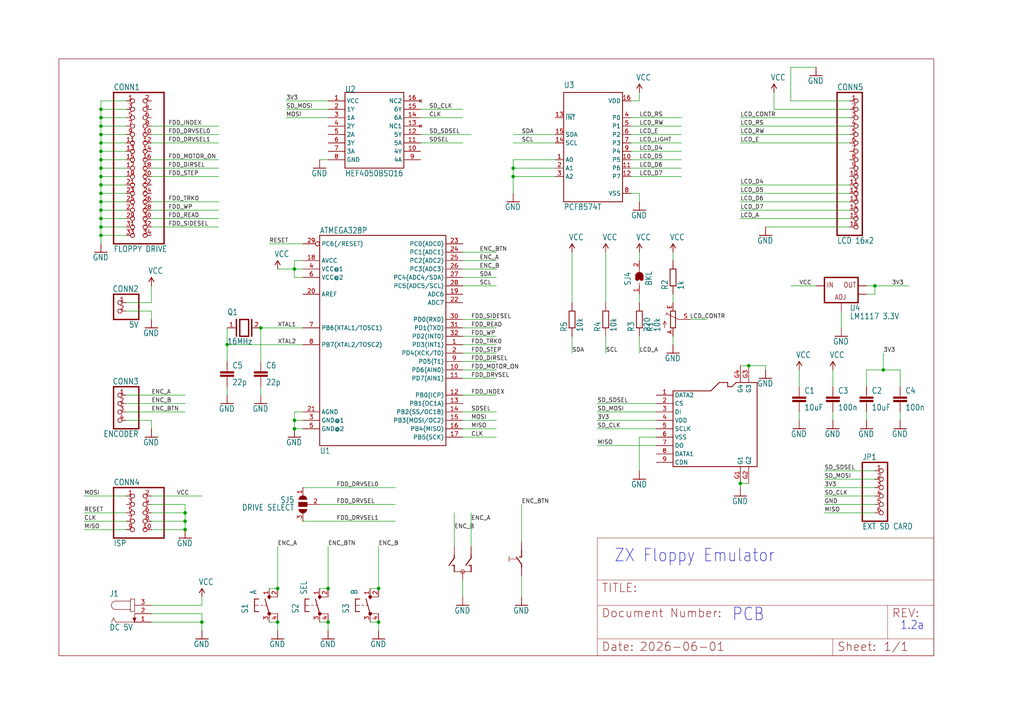
<source format=kicad_sch>
(kicad_sch (version 20230121) (generator eeschema)
  (paper "User" 309.194 218.491)
  (junction (at 88.9 129.54))
  (junction (at 223.52 146.05))
  (junction (at 30.48 53.34))
  (junction (at 55.88 157.48))
  (junction (at 30.48 43.18))
  (junction (at 30.48 38.1))
  (junction (at 30.48 35.56))
  (junction (at 88.9 127))
  (junction (at 30.48 66.04))
  (junction (at 30.48 68.58))
  (junction (at 30.48 33.02))
  (junction (at 83.82 177.8))
  (junction (at 154.94 53.34))
  (junction (at 30.48 58.42))
  (junction (at 99.06 177.8))
  (junction (at 30.48 45.72))
  (junction (at 30.48 40.64))
  (junction (at 60.96 187.96))
  (junction (at 266.7 111.76))
  (junction (at 114.3 187.96))
  (junction (at 55.88 154.94))
  (junction (at 88.9 81.28))
  (junction (at 226.06 110.49))
  (junction (at 99.06 187.96))
  (junction (at 83.82 187.96))
  (junction (at 154.94 50.8))
  (junction (at 30.48 63.5))
  (junction (at 114.3 177.8))
  (junction (at 68.58 104.14))
  (junction (at 55.88 160.02))
  (junction (at 78.74 99.06))
  (junction (at 30.48 71.12))
  (junction (at 30.48 50.8))
  (junction (at 30.48 60.96))
  (junction (at 264.16 86.36))
  (junction (at 30.48 48.26))
  (junction (at 30.48 55.88))
  (wire (pts (xy 91.44 147.32) (xy 119.38 147.32)) (stroke (width 0.1524)))
  (wire (pts (xy 167.64 40.64) (xy 154.94 40.64)) (stroke (width 0.1524)))
  (wire (pts (xy 226.06 110.49) (xy 231.14 110.49)) (stroke (width 0.1524)))
  (wire (pts (xy 190.5 38.1) (xy 205.74 38.1)) (stroke (width 0.1524)))
  (wire (pts (xy 139.7 86.36) (xy 149.86 86.36)) (stroke (width 0.1524)))
  (wire (pts (xy 38.1 160.02) (xy 25.4 160.02)) (stroke (width 0.1524)))
  (wire (pts (xy 271.78 127) (xy 271.78 124.46)) (stroke (width 0.1524)))
  (wire (pts (xy 38.1 154.94) (xy 25.4 154.94)) (stroke (width 0.1524)))
  (wire (pts (xy 167.64 53.34) (xy 154.94 53.34)) (stroke (width 0.1524)))
  (wire (pts (xy 91.44 157.48) (xy 119.38 157.48)) (stroke (width 0.1524)))
  (wire (pts (xy 45.72 160.02) (xy 55.88 160.02)) (stroke (width 0.1524)))
  (wire (pts (xy 261.62 111.76) (xy 266.7 111.76)) (stroke (width 0.1524)))
  (wire (pts (xy 45.72 38.1) (xy 66.04 38.1)) (stroke (width 0.1524)))
  (wire (pts (xy 91.44 127) (xy 88.9 127)) (stroke (width 0.1524)))
  (wire (pts (xy 38.1 60.96) (xy 30.48 60.96)) (stroke (width 0.1524)))
  (wire (pts (xy 139.7 129.54) (xy 149.86 129.54)) (stroke (width 0.1524)))
  (wire (pts (xy 30.48 33.02) (xy 30.48 35.56)) (stroke (width 0.1524)))
  (wire (pts (xy 114.3 190.5) (xy 114.3 187.96)) (stroke (width 0.1524)))
  (wire (pts (xy 88.9 127) (xy 88.9 129.54)) (stroke (width 0.1524)))
  (wire (pts (xy 30.48 35.56) (xy 30.48 38.1)) (stroke (width 0.1524)))
  (wire (pts (xy 83.82 190.5) (xy 83.82 187.96)) (stroke (width 0.1524)))
  (wire (pts (xy 38.1 71.12) (xy 30.48 71.12)) (stroke (width 0.1524)))
  (wire (pts (xy 38.1 30.48) (xy 30.48 30.48)) (stroke (width 0.1524)))
  (wire (pts (xy 167.64 50.8) (xy 154.94 50.8)) (stroke (width 0.1524)))
  (wire (pts (xy 139.7 109.22) (xy 149.86 109.22)) (stroke (width 0.1524)))
  (wire (pts (xy 223.52 55.88) (xy 256.54 55.88)) (stroke (width 0.1524)))
  (wire (pts (xy 182.88 76.2) (xy 182.88 91.44)) (stroke (width 0.1524)))
  (wire (pts (xy 88.9 124.46) (xy 88.9 127)) (stroke (width 0.1524)))
  (wire (pts (xy 223.52 38.1) (xy 256.54 38.1)) (stroke (width 0.1524)))
  (wire (pts (xy 60.96 185.42) (xy 60.96 187.96)) (stroke (width 0.1524)))
  (wire (pts (xy 223.52 58.42) (xy 256.54 58.42)) (stroke (width 0.1524)))
  (wire (pts (xy 45.72 40.64) (xy 66.04 40.64)) (stroke (width 0.1524)))
  (wire (pts (xy 264.16 144.78) (xy 248.92 144.78)) (stroke (width 0.1524)))
  (wire (pts (xy 45.72 43.18) (xy 66.04 43.18)) (stroke (width 0.1524)))
  (wire (pts (xy 223.52 40.64) (xy 256.54 40.64)) (stroke (width 0.1524)))
  (wire (pts (xy 139.7 99.06) (xy 149.86 99.06)) (stroke (width 0.1524)))
  (wire (pts (xy 45.72 93.98) (xy 45.72 96.52)) (stroke (width 0.1524)))
  (wire (pts (xy 45.72 53.34) (xy 66.04 53.34)) (stroke (width 0.1524)))
  (wire (pts (xy 91.44 124.46) (xy 88.9 124.46)) (stroke (width 0.1524)))
  (wire (pts (xy 223.52 63.5) (xy 256.54 63.5)) (stroke (width 0.1524)))
  (wire (pts (xy 30.48 68.58) (xy 30.48 71.12)) (stroke (width 0.1524)))
  (wire (pts (xy 154.94 50.8) (xy 154.94 53.34)) (stroke (width 0.1524)))
  (wire (pts (xy 198.12 127) (xy 180.34 127)) (stroke (width 0.1524)))
  (wire (pts (xy 139.7 111.76) (xy 149.86 111.76)) (stroke (width 0.1524)))
  (wire (pts (xy 193.04 76.2) (xy 193.04 78.74)) (stroke (width 0.1524)))
  (wire (pts (xy 203.2 88.9) (xy 203.2 91.44)) (stroke (width 0.1524)))
  (wire (pts (xy 231.14 68.58) (xy 256.54 68.58)) (stroke (width 0.1524)))
  (wire (pts (xy 139.7 175.26) (xy 139.7 180.34)) (stroke (width 0.1524)))
  (wire (pts (xy 190.5 53.34) (xy 205.74 53.34)) (stroke (width 0.1524)))
  (wire (pts (xy 99.06 30.48) (xy 86.36 30.48)) (stroke (width 0.1524)))
  (wire (pts (xy 45.72 149.86) (xy 60.96 149.86)) (stroke (width 0.1524)))
  (wire (pts (xy 30.48 71.12) (xy 30.48 73.66)) (stroke (width 0.1524)))
  (wire (pts (xy 45.72 157.48) (xy 55.88 157.48)) (stroke (width 0.1524)))
  (wire (pts (xy 246.38 86.36) (xy 238.76 86.36)) (stroke (width 0.1524)))
  (wire (pts (xy 139.7 96.52) (xy 149.86 96.52)) (stroke (width 0.1524)))
  (wire (pts (xy 30.48 58.42) (xy 30.48 60.96)) (stroke (width 0.1524)))
  (wire (pts (xy 45.72 91.44) (xy 45.72 86.36)) (stroke (width 0.1524)))
  (wire (pts (xy 172.72 101.6) (xy 172.72 106.68)) (stroke (width 0.1524)))
  (wire (pts (xy 45.72 60.96) (xy 66.04 60.96)) (stroke (width 0.1524)))
  (wire (pts (xy 203.2 101.6) (xy 203.2 104.14)) (stroke (width 0.1524)))
  (wire (pts (xy 198.12 129.54) (xy 180.34 129.54)) (stroke (width 0.1524)))
  (wire (pts (xy 137.16 165.1) (xy 137.16 154.94)) (stroke (width 0.1524)))
  (wire (pts (xy 190.5 40.64) (xy 205.74 40.64)) (stroke (width 0.1524)))
  (wire (pts (xy 45.72 48.26) (xy 66.04 48.26)) (stroke (width 0.1524)))
  (wire (pts (xy 193.04 30.48) (xy 193.04 27.94)) (stroke (width 0.1524)))
  (wire (pts (xy 60.96 187.96) (xy 60.96 190.5)) (stroke (width 0.1524)))
  (wire (pts (xy 223.52 66.04) (xy 256.54 66.04)) (stroke (width 0.1524)))
  (wire (pts (xy 139.7 78.74) (xy 149.86 78.74)) (stroke (width 0.1524)))
  (wire (pts (xy 30.48 50.8) (xy 30.48 53.34)) (stroke (width 0.1524)))
  (wire (pts (xy 241.3 111.76) (xy 241.3 116.84)) (stroke (width 0.1524)))
  (wire (pts (xy 83.82 187.96) (xy 81.28 187.96)) (stroke (width 0.1524)))
  (wire (pts (xy 30.48 66.04) (xy 30.48 68.58)) (stroke (width 0.1524)))
  (wire (pts (xy 154.94 48.26) (xy 167.64 48.26)) (stroke (width 0.1524)))
  (wire (pts (xy 38.1 149.86) (xy 25.4 149.86)) (stroke (width 0.1524)))
  (wire (pts (xy 139.7 114.3) (xy 149.86 114.3)) (stroke (width 0.1524)))
  (wire (pts (xy 190.5 58.42) (xy 193.04 58.42)) (stroke (width 0.1524)))
  (wire (pts (xy 55.88 157.48) (xy 55.88 160.02)) (stroke (width 0.1524)))
  (wire (pts (xy 193.04 101.6) (xy 193.04 106.68)) (stroke (width 0.1524)))
  (wire (pts (xy 139.7 104.14) (xy 149.86 104.14)) (stroke (width 0.1524)))
  (wire (pts (xy 190.5 48.26) (xy 205.74 48.26)) (stroke (width 0.1524)))
  (wire (pts (xy 223.52 60.96) (xy 256.54 60.96)) (stroke (width 0.1524)))
  (wire (pts (xy 88.9 129.54) (xy 88.9 132.08)) (stroke (width 0.1524)))
  (wire (pts (xy 38.1 58.42) (xy 30.48 58.42)) (stroke (width 0.1524)))
  (wire (pts (xy 30.48 43.18) (xy 30.48 45.72)) (stroke (width 0.1524)))
  (wire (pts (xy 261.62 116.84) (xy 261.62 111.76)) (stroke (width 0.1524)))
  (wire (pts (xy 114.3 187.96) (xy 111.76 187.96)) (stroke (width 0.1524)))
  (wire (pts (xy 190.5 50.8) (xy 205.74 50.8)) (stroke (width 0.1524)))
  (wire (pts (xy 127 35.56) (xy 139.7 35.56)) (stroke (width 0.1524)))
  (wire (pts (xy 38.1 63.5) (xy 30.48 63.5)) (stroke (width 0.1524)))
  (wire (pts (xy 208.28 96.52) (xy 213.36 96.52)) (stroke (width 0.1524)))
  (wire (pts (xy 99.06 177.8) (xy 96.52 177.8)) (stroke (width 0.1524)))
  (wire (pts (xy 38.1 33.02) (xy 30.48 33.02)) (stroke (width 0.1524)))
  (wire (pts (xy 38.1 55.88) (xy 30.48 55.88)) (stroke (width 0.1524)))
  (wire (pts (xy 233.68 33.02) (xy 256.54 33.02)) (stroke (width 0.1524)))
  (wire (pts (xy 55.88 154.94) (xy 55.88 157.48)) (stroke (width 0.1524)))
  (wire (pts (xy 203.2 76.2) (xy 203.2 78.74)) (stroke (width 0.1524)))
  (wire (pts (xy 154.94 48.26) (xy 154.94 50.8)) (stroke (width 0.1524)))
  (wire (pts (xy 127 40.64) (xy 142.24 40.64)) (stroke (width 0.1524)))
  (wire (pts (xy 223.52 147.32) (xy 223.52 146.05)) (stroke (width 0.1524)))
  (wire (pts (xy 99.06 48.26) (xy 96.52 48.26)) (stroke (width 0.1524)))
  (wire (pts (xy 38.1 48.26) (xy 30.48 48.26)) (stroke (width 0.1524)))
  (wire (pts (xy 238.76 20.32) (xy 246.38 20.32)) (stroke (width 0.1524)))
  (wire (pts (xy 38.1 53.34) (xy 30.48 53.34)) (stroke (width 0.1524)))
  (wire (pts (xy 114.3 165.1) (xy 114.3 177.8)) (stroke (width 0.1524)))
  (wire (pts (xy 30.48 55.88) (xy 30.48 58.42)) (stroke (width 0.1524)))
  (wire (pts (xy 30.48 63.5) (xy 30.48 66.04)) (stroke (width 0.1524)))
  (wire (pts (xy 193.04 88.9) (xy 193.04 91.44)) (stroke (width 0.1524)))
  (wire (pts (xy 45.72 50.8) (xy 66.04 50.8)) (stroke (width 0.1524)))
  (wire (pts (xy 167.64 43.18) (xy 154.94 43.18)) (stroke (width 0.1524)))
  (wire (pts (xy 38.1 157.48) (xy 25.4 157.48)) (stroke (width 0.1524)))
  (wire (pts (xy 83.82 81.28) (xy 88.9 81.28)) (stroke (width 0.1524)))
  (wire (pts (xy 91.44 78.74) (xy 88.9 78.74)) (stroke (width 0.1524)))
  (wire (pts (xy 38.1 127) (xy 45.72 127)) (stroke (width 0.1524)))
  (wire (pts (xy 91.44 99.06) (xy 78.74 99.06)) (stroke (width 0.1524)))
  (wire (pts (xy 264.16 147.32) (xy 248.92 147.32)) (stroke (width 0.1524)))
  (wire (pts (xy 45.72 187.96) (xy 60.96 187.96)) (stroke (width 0.1524)))
  (wire (pts (xy 38.1 121.92) (xy 55.88 121.92)) (stroke (width 0.1524)))
  (wire (pts (xy 264.16 142.24) (xy 248.92 142.24)) (stroke (width 0.1524)))
  (wire (pts (xy 266.7 111.76) (xy 271.78 111.76)) (stroke (width 0.1524)))
  (wire (pts (xy 68.58 109.22) (xy 68.58 104.14)) (stroke (width 0.1524)))
  (wire (pts (xy 251.46 111.76) (xy 251.46 116.84)) (stroke (width 0.1524)))
  (wire (pts (xy 91.44 81.28) (xy 88.9 81.28)) (stroke (width 0.1524)))
  (wire (pts (xy 78.74 109.22) (xy 78.74 99.06)) (stroke (width 0.1524)))
  (wire (pts (xy 99.06 187.96) (xy 96.52 187.96)) (stroke (width 0.1524)))
  (wire (pts (xy 38.1 45.72) (xy 30.48 45.72)) (stroke (width 0.1524)))
  (wire (pts (xy 139.7 83.82) (xy 149.86 83.82)) (stroke (width 0.1524)))
  (wire (pts (xy 264.16 149.86) (xy 248.92 149.86)) (stroke (width 0.1524)))
  (wire (pts (xy 96.52 152.4) (xy 119.38 152.4)) (stroke (width 0.1524)))
  (wire (pts (xy 68.58 99.06) (xy 68.58 104.14)) (stroke (width 0.1524)))
  (wire (pts (xy 45.72 127) (xy 45.72 129.54)) (stroke (width 0.1524)))
  (wire (pts (xy 223.52 35.56) (xy 256.54 35.56)) (stroke (width 0.1524)))
  (wire (pts (xy 264.16 152.4) (xy 248.92 152.4)) (stroke (width 0.1524)))
  (wire (pts (xy 198.12 134.62) (xy 180.34 134.62)) (stroke (width 0.1524)))
  (wire (pts (xy 190.5 30.48) (xy 193.04 30.48)) (stroke (width 0.1524)))
  (wire (pts (xy 38.1 119.38) (xy 55.88 119.38)) (stroke (width 0.1524)))
  (wire (pts (xy 139.7 76.2) (xy 149.86 76.2)) (stroke (width 0.1524)))
  (wire (pts (xy 142.24 165.1) (xy 142.24 154.94)) (stroke (width 0.1524)))
  (wire (pts (xy 266.7 111.76) (xy 266.7 106.68)) (stroke (width 0.1524)))
  (wire (pts (xy 261.62 86.36) (xy 264.16 86.36)) (stroke (width 0.1524)))
  (wire (pts (xy 251.46 127) (xy 251.46 124.46)) (stroke (width 0.1524)))
  (wire (pts (xy 261.62 127) (xy 261.62 124.46)) (stroke (width 0.1524)))
  (wire (pts (xy 30.48 48.26) (xy 30.48 50.8)) (stroke (width 0.1524)))
  (wire (pts (xy 30.48 45.72) (xy 30.48 48.26)) (stroke (width 0.1524)))
  (wire (pts (xy 139.7 127) (xy 149.86 127)) (stroke (width 0.1524)))
  (wire (pts (xy 38.1 93.98) (xy 45.72 93.98)) (stroke (width 0.1524)))
  (wire (pts (xy 233.68 33.02) (xy 233.68 27.94)) (stroke (width 0.1524)))
  (wire (pts (xy 264.16 88.9) (xy 264.16 86.36)) (stroke (width 0.1524)))
  (wire (pts (xy 38.1 91.44) (xy 45.72 91.44)) (stroke (width 0.1524)))
  (wire (pts (xy 271.78 111.76) (xy 271.78 116.84)) (stroke (width 0.1524)))
  (wire (pts (xy 157.48 163.83) (xy 157.48 152.4)) (stroke (width 0.1524)))
  (wire (pts (xy 172.72 76.2) (xy 172.72 91.44)) (stroke (width 0.1524)))
  (wire (pts (xy 68.58 116.84) (xy 68.58 119.38)) (stroke (width 0.1524)))
  (wire (pts (xy 45.72 63.5) (xy 66.04 63.5)) (stroke (width 0.1524)))
  (wire (pts (xy 193.04 58.42) (xy 193.04 60.96)) (stroke (width 0.1524)))
  (wire (pts (xy 78.74 116.84) (xy 78.74 119.38)) (stroke (width 0.1524)))
  (wire (pts (xy 38.1 35.56) (xy 30.48 35.56)) (stroke (width 0.1524)))
  (wire (pts (xy 241.3 127) (xy 241.3 124.46)) (stroke (width 0.1524)))
  (wire (pts (xy 223.52 110.49) (xy 226.06 110.49)) (stroke (width 0.1524)))
  (wire (pts (xy 190.5 43.18) (xy 205.74 43.18)) (stroke (width 0.1524)))
  (wire (pts (xy 38.1 38.1) (xy 30.48 38.1)) (stroke (width 0.1524)))
  (wire (pts (xy 83.82 177.8) (xy 81.28 177.8)) (stroke (width 0.1524)))
  (wire (pts (xy 45.72 68.58) (xy 66.04 68.58)) (stroke (width 0.1524)))
  (wire (pts (xy 88.9 81.28) (xy 88.9 78.74)) (stroke (width 0.1524)))
  (wire (pts (xy 30.48 40.64) (xy 30.48 43.18)) (stroke (width 0.1524)))
  (wire (pts (xy 114.3 177.8) (xy 111.76 177.8)) (stroke (width 0.1524)))
  (wire (pts (xy 226.06 146.05) (xy 223.52 146.05)) (stroke (width 0.1524)))
  (wire (pts (xy 139.7 132.08) (xy 149.86 132.08)) (stroke (width 0.1524)))
  (wire (pts (xy 139.7 106.68) (xy 149.86 106.68)) (stroke (width 0.1524)))
  (wire (pts (xy 30.48 60.96) (xy 30.48 63.5)) (stroke (width 0.1524)))
  (wire (pts (xy 30.48 30.48) (xy 30.48 33.02)) (stroke (width 0.1524)))
  (wire (pts (xy 193.04 132.08) (xy 198.12 132.08)) (stroke (width 0.1524)))
  (wire (pts (xy 45.72 182.88) (xy 60.96 182.88)) (stroke (width 0.1524)))
  (wire (pts (xy 99.06 165.1) (xy 99.06 177.8)) (stroke (width 0.1524)))
  (wire (pts (xy 38.1 124.46) (xy 55.88 124.46)) (stroke (width 0.1524)))
  (wire (pts (xy 45.72 152.4) (xy 55.88 152.4)) (stroke (width 0.1524)))
  (wire (pts (xy 190.5 35.56) (xy 205.74 35.56)) (stroke (width 0.1524)))
  (wire (pts (xy 99.06 35.56) (xy 86.36 35.56)) (stroke (width 0.1524)))
  (wire (pts (xy 91.44 83.82) (xy 88.9 83.82)) (stroke (width 0.1524)))
  (wire (pts (xy 127 43.18) (xy 139.7 43.18)) (stroke (width 0.1524)))
  (wire (pts (xy 38.1 68.58) (xy 30.48 68.58)) (stroke (width 0.1524)))
  (wire (pts (xy 127 33.02) (xy 139.7 33.02)) (stroke (width 0.1524)))
  (wire (pts (xy 154.94 53.34) (xy 154.94 58.42)) (stroke (width 0.1524)))
  (wire (pts (xy 30.48 53.34) (xy 30.48 55.88)) (stroke (width 0.1524)))
  (wire (pts (xy 91.44 129.54) (xy 88.9 129.54)) (stroke (width 0.1524)))
  (wire (pts (xy 83.82 165.1) (xy 83.82 177.8)) (stroke (width 0.1524)))
  (wire (pts (xy 231.14 110.49) (xy 231.14 111.76)) (stroke (width 0.1524)))
  (wire (pts (xy 139.7 119.38) (xy 149.86 119.38)) (stroke (width 0.1524)))
  (wire (pts (xy 238.76 30.48) (xy 238.76 20.32)) (stroke (width 0.1524)))
  (wire (pts (xy 198.12 124.46) (xy 180.34 124.46)) (stroke (width 0.1524)))
  (wire (pts (xy 55.88 152.4) (xy 55.88 154.94)) (stroke (width 0.1524)))
  (wire (pts (xy 30.48 38.1) (xy 30.48 40.64)) (stroke (width 0.1524)))
  (wire (pts (xy 264.16 86.36) (xy 274.32 86.36)) (stroke (width 0.1524)))
  (wire (pts (xy 261.62 88.9) (xy 264.16 88.9)) (stroke (width 0.1524)))
  (wire (pts (xy 91.44 73.66) (xy 81.28 73.66)) (stroke (width 0.1524)))
  (wire (pts (xy 139.7 81.28) (xy 149.86 81.28)) (stroke (width 0.1524)))
  (wire (pts (xy 139.7 101.6) (xy 149.86 101.6)) (stroke (width 0.1524)))
  (wire (pts (xy 193.04 132.08) (xy 193.04 142.24)) (stroke (width 0.1524)))
  (wire (pts (xy 38.1 43.18) (xy 30.48 43.18)) (stroke (width 0.1524)))
  (wire (pts (xy 99.06 33.02) (xy 86.36 33.02)) (stroke (width 0.1524)))
  (wire (pts (xy 38.1 40.64) (xy 30.48 40.64)) (stroke (width 0.1524)))
  (wire (pts (xy 38.1 50.8) (xy 30.48 50.8)) (stroke (width 0.1524)))
  (wire (pts (xy 190.5 45.72) (xy 205.74 45.72)) (stroke (width 0.1524)))
  (wire (pts (xy 198.12 121.92) (xy 180.34 121.92)) (stroke (width 0.1524)))
  (wire (pts (xy 60.96 182.88) (xy 60.96 180.34)) (stroke (width 0.1524)))
  (wire (pts (xy 238.76 30.48) (xy 256.54 30.48)) (stroke (width 0.1524)))
  (wire (pts (xy 99.06 190.5) (xy 99.06 187.96)) (stroke (width 0.1524)))
  (wire (pts (xy 223.52 43.18) (xy 256.54 43.18)) (stroke (width 0.1524)))
  (wire (pts (xy 45.72 154.94) (xy 55.88 154.94)) (stroke (width 0.1524)))
  (wire (pts (xy 139.7 124.46) (xy 149.86 124.46)) (stroke (width 0.1524)))
  (wire (pts (xy 264.16 154.94) (xy 248.92 154.94)) (stroke (width 0.1524)))
  (wire (pts (xy 38.1 66.04) (xy 30.48 66.04)) (stroke (width 0.1524)))
  (wire (pts (xy 88.9 83.82) (xy 88.9 81.28)) (stroke (width 0.1524)))
  (wire (pts (xy 45.72 66.04) (xy 66.04 66.04)) (stroke (width 0.1524)))
  (wire (pts (xy 182.88 101.6) (xy 182.88 106.68)) (stroke (width 0.1524)))
  (wire (pts (xy 45.72 185.42) (xy 60.96 185.42)) (stroke (width 0.1524)))
  (wire (pts (xy 68.58 104.14) (xy 91.44 104.14)) (stroke (width 0.1524)))
  (wire (pts (xy 254 93.98) (xy 254 99.06)) (stroke (width 0.1524)))
  (wire (pts (xy 157.48 173.99) (xy 157.48 180.34)) (stroke (width 0.1524)))
  (text "PCB" (at 220.98 187.96 0) (effects (font (size 3.81 3.2385)) (justify left bottom)))
  (text "ZX Floppy Emulator" (at 185.42 170.18 0) (effects (font (size 3.81 3.2385)) (justify left bottom)))
  (text "1.2a" (at 271.78 190.5 0) (effects (font (size 2.54 2.159)) (justify left bottom)))
  (label "LCD_RS" (at 193.04 35.56 0) (effects (font (size 1.2446 1.2446))))
  (label "ENC_A" (at 144.78 78.74 0) (effects (font (size 1.2446 1.2446))))
  (label "ENC_A" (at 83.82 165.1 0) (effects (font (size 1.2446 1.2446))))
  (label "LCD_LIGHT" (at 193.04 43.18 0) (effects (font (size 1.2446 1.2446))))
  (label "SD_MOSI" (at 86.36 33.02 0) (effects (font (size 1.2446 1.2446))))
  (label "LCD_D5" (at 193.04 48.26 0) (effects (font (size 1.2446 1.2446))))
  (label "RESET" (at 81.28 73.66 0) (effects (font (size 1.2446 1.2446))))
  (label "FDD_TRK0" (at 50.8 60.96 0) (effects (font (size 1.2446 1.2446))))
  (label "MISO" (at 248.92 154.94 0) (effects (font (size 1.2446 1.2446))))
  (label "LCD_CONTR" (at 223.52 35.56 0) (effects (font (size 1.2446 1.2446))))
  (label "LCD_CONTR" (at 208.28 96.52 0) (effects (font (size 1.2446 1.2446))))
  (label "LCD_D7" (at 223.52 63.5 0) (effects (font (size 1.2446 1.2446))))
  (label "FDD_DRVSEL1" (at 101.6 157.48 0) (effects (font (size 1.2446 1.2446))))
  (label "ENC_A" (at 45.72 119.38 0) (effects (font (size 1.2446 1.2446))))
  (label "ENC_B" (at 45.72 121.92 0) (effects (font (size 1.2446 1.2446))))
  (label "VCC" (at 53.34 149.86 0) (effects (font (size 1.2446 1.2446))))
  (label "SD_SDSEL" (at 248.92 142.24 0) (effects (font (size 1.2446 1.2446))))
  (label "SD_CLK" (at 129.54 33.02 0) (effects (font (size 1.2446 1.2446))))
  (label "MISO" (at 25.4 160.02 0) (effects (font (size 1.2446 1.2446))))
  (label "ENC_B" (at 114.3 165.1 0) (effects (font (size 1.2446 1.2446))))
  (label "LCD_A" (at 223.52 66.04 0) (effects (font (size 1.2446 1.2446))))
  (label "LCD_E" (at 193.04 40.64 0) (effects (font (size 1.2446 1.2446))))
  (label "LCD_D7" (at 193.04 53.34 0) (effects (font (size 1.2446 1.2446))))
  (label "SDA" (at 157.48 40.64 0) (effects (font (size 1.2446 1.2446))))
  (label "ENC_BTN" (at 157.48 152.4 0) (effects (font (size 1.2446 1.2446))))
  (label "LCD_RW" (at 223.52 40.64 0) (effects (font (size 1.2446 1.2446))))
  (label "FDD_INDEX" (at 50.8 38.1 0) (effects (font (size 1.2446 1.2446))))
  (label "LCD_A" (at 193.04 106.68 0) (effects (font (size 1.2446 1.2446))))
  (label "CLK" (at 142.24 132.08 0) (effects (font (size 1.2446 1.2446))))
  (label "ENC_B" (at 137.16 160.02 0) (effects (font (size 1.2446 1.2446))))
  (label "FDD_DIRSEL" (at 50.8 50.8 0) (effects (font (size 1.2446 1.2446))))
  (label "LCD_D6" (at 193.04 50.8 0) (effects (font (size 1.2446 1.2446))))
  (label "FDD_DIRSEL" (at 142.24 109.22 0) (effects (font (size 1.2446 1.2446))))
  (label "LCD_RS" (at 223.52 38.1 0) (effects (font (size 1.2446 1.2446))))
  (label "FDD_DRVSEL" (at 142.24 114.3 0) (effects (font (size 1.2446 1.2446))))
  (label "SD_SDSEL" (at 180.34 121.92 0) (effects (font (size 1.2446 1.2446))))
  (label "3V3" (at 86.36 30.48 0) (effects (font (size 1.2446 1.2446))))
  (label "CLK" (at 25.4 157.48 0) (effects (font (size 1.2446 1.2446))))
  (label "VCC" (at 241.3 86.36 0) (effects (font (size 1.2446 1.2446))))
  (label "SD_CLK" (at 248.92 149.86 0) (effects (font (size 1.2446 1.2446))))
  (label "MOSI" (at 86.36 35.56 0) (effects (font (size 1.2446 1.2446))))
  (label "ENC_BTN" (at 99.06 165.1 0) (effects (font (size 1.2446 1.2446))))
  (label "SDA" (at 172.72 106.68 0) (effects (font (size 1.2446 1.2446))))
  (label "FDD_WP" (at 50.8 63.5 0) (effects (font (size 1.2446 1.2446))))
  (label "FDD_DRVSEL0" (at 101.6 147.32 0) (effects (font (size 1.2446 1.2446))))
  (label "XTAL1" (at 83.82 99.06 0) (effects (font (size 1.2446 1.2446))))
  (label "FDD_SIDESEL" (at 142.24 96.52 0) (effects (font (size 1.2446 1.2446))))
  (label "ENC_BTN" (at 45.72 124.46 0) (effects (font (size 1.2446 1.2446))))
  (label "FDD_MOTOR_ON" (at 142.24 111.76 0) (effects (font (size 1.2446 1.2446))))
  (label "SDSEL" (at 142.24 124.46 0) (effects (font (size 1.2446 1.2446))))
  (label "XTAL2" (at 83.82 104.14 0) (effects (font (size 1.2446 1.2446))))
  (label "SD_MOSI" (at 180.34 124.46 0) (effects (font (size 1.2446 1.2446))))
  (label "SDA" (at 144.78 83.82 0) (effects (font (size 1.2446 1.2446))))
  (label "GND" (at 248.92 152.4 0) (effects (font (size 1.2446 1.2446))))
  (label "SCL" (at 157.48 43.18 0) (effects (font (size 1.2446 1.2446))))
  (label "RESET" (at 25.4 154.94 0) (effects (font (size 1.2446 1.2446))))
  (label "3V3" (at 180.34 127 0) (effects (font (size 1.2446 1.2446))))
  (label "SDSEL" (at 129.54 43.18 0) (effects (font (size 1.2446 1.2446))))
  (label "ENC_BTN" (at 144.78 76.2 0) (effects (font (size 1.2446 1.2446))))
  (label "FDD_SIDESEL" (at 50.8 68.58 0) (effects (font (size 1.2446 1.2446))))
  (label "FDD_DRVSEL0" (at 50.8 40.64 0) (effects (font (size 1.2446 1.2446))))
  (label "FDD_DRVSEL" (at 101.6 152.4 0) (effects (font (size 1.2446 1.2446))))
  (label "FDD_INDEX" (at 142.24 119.38 0) (effects (font (size 1.2446 1.2446))))
  (label "MISO" (at 142.24 129.54 0) (effects (font (size 1.2446 1.2446))))
  (label "ENC_A" (at 142.24 157.48 0) (effects (font (size 1.2446 1.2446))))
  (label "FDD_MOTOR_ON" (at 50.8 48.26 0) (effects (font (size 1.2446 1.2446))))
  (label "LCD_D4" (at 223.52 55.88 0) (effects (font (size 1.2446 1.2446))))
  (label "CLK" (at 129.54 35.56 0) (effects (font (size 1.2446 1.2446))))
  (label "FDD_STEP" (at 50.8 53.34 0) (effects (font (size 1.2446 1.2446))))
  (label "MOSI" (at 25.4 149.86 0) (effects (font (size 1.2446 1.2446))))
  (label "MISO" (at 180.34 134.62 0) (effects (font (size 1.2446 1.2446))))
  (label "LCD_RW" (at 193.04 38.1 0) (effects (font (size 1.2446 1.2446))))
  (label "LCD_E" (at 223.52 43.18 0) (effects (font (size 1.2446 1.2446))))
  (label "FDD_READ" (at 50.8 66.04 0) (effects (font (size 1.2446 1.2446))))
  (label "SCL" (at 182.88 106.68 0) (effects (font (size 1.2446 1.2446))))
  (label "LCD_D5" (at 223.52 58.42 0) (effects (font (size 1.2446 1.2446))))
  (label "SD_SDSEL" (at 129.54 40.64 0) (effects (font (size 1.2446 1.2446))))
  (label "SD_MOSI" (at 248.92 144.78 0) (effects (font (size 1.2446 1.2446))))
  (label "3V3" (at 248.92 147.32 0) (effects (font (size 1.2446 1.2446))))
  (label "3V3" (at 266.7 106.68 0) (effects (font (size 1.2446 1.2446))))
  (label "FDD_DRVSEL1" (at 50.8 43.18 0) (effects (font (size 1.2446 1.2446))))
  (label "SD_CLK" (at 180.34 129.54 0) (effects (font (size 1.2446 1.2446))))
  (label "LCD_D6" (at 223.52 60.96 0) (effects (font (size 1.2446 1.2446))))
  (label "FDD_TRK0" (at 142.24 104.14 0) (effects (font (size 1.2446 1.2446))))
  (label "ENC_B" (at 144.78 81.28 0) (effects (font (size 1.2446 1.2446))))
  (label "3V3" (at 269.24 86.36 0) (effects (font (size 1.2446 1.2446))))
  (label "LCD_D4" (at 193.04 45.72 0) (effects (font (size 1.2446 1.2446))))
  (label "SCL" (at 144.78 86.36 0) (effects (font (size 1.2446 1.2446))))
  (label "MOSI" (at 142.24 127 0) (effects (font (size 1.2446 1.2446))))
  (label "FDD_WP" (at 142.24 101.6 0) (effects (font (size 1.2446 1.2446))))
  (label "FDD_READ" (at 142.24 99.06 0) (effects (font (size 1.2446 1.2446))))
  (label "FDD_STEP" (at 142.24 106.68 0) (effects (font (size 1.2446 1.2446))))
  (symbol (lib_id "floppy_emul-eagle-import:PCF8574T") (at 177.8 43.18 0) (unit 1)
    (property "Reference" "U3" (at 170.18 26.67 0) (effects (font (size 1.778 1.5113)) (justify left bottom)))
    (property "Value" "PCF8574T" (at 170.18 63.5 0) (effects (font (size 1.778 1.5113)) (justify left bottom)))
    (property "Footprint" "floppy_emul:SO16W" (effects hide))
  )
  (symbol (lib_id "floppy_emul-eagle-import:GND") (at 114.3 193.04 0) (unit 1)
    (property "Reference" "#GND24" (effects hide))
    (property "Value" "GND" (at 111.76 195.58 0) (effects (font (size 1.778 1.5113)) (justify left bottom)))
  )
  (symbol (lib_id "floppy_emul-eagle-import:R-EU_R0805") (at 172.72 96.52 90) (unit 1)
    (property "Reference" "R5" (at 171.2214 100.33 0) (effects (font (size 1.778 1.5113)) (justify left bottom)))
    (property "Value" "10k" (at 176.022 100.33 0) (effects (font (size 1.778 1.5113)) (justify left bottom)))
    (property "Footprint" "floppy_emul:R0805" (effects hide))
  )
  (symbol (lib_id "floppy_emul-eagle-import:VCC") (at 193.04 76.2 0) (unit 1)
    (property "Reference" "#SUPPLY8" (effects hide))
    (property "Value" "VCC" (at 192.024 72.644 0) (effects (font (size 1.778 1.5113)) (justify left bottom)))
  )
  (symbol (lib_id "floppy_emul-eagle-import:GND") (at 78.74 121.92 0) (unit 1)
    (property "Reference" "#GND13" (effects hide))
    (property "Value" "GND" (at 76.2 124.46 0) (effects (font (size 1.778 1.5113)) (justify left bottom)))
  )
  (symbol (lib_id "floppy_emul-eagle-import:GND") (at 45.72 132.08 0) (unit 1)
    (property "Reference" "#GND10" (effects hide))
    (property "Value" "GND" (at 43.18 134.62 0) (effects (font (size 1.778 1.5113)) (justify left bottom)))
  )
  (symbol (lib_id "floppy_emul-eagle-import:PINHD-1X4") (at 35.56 124.46 0) (mirror y) (unit 1)
    (property "Reference" "CONN3" (at 41.91 116.205 0) (effects (font (size 1.778 1.5113)) (justify left bottom)))
    (property "Value" "ENCODER" (at 41.91 132.08 0) (effects (font (size 1.778 1.5113)) (justify left bottom)))
    (property "Footprint" "floppy_emul:1X04" (effects hide))
  )
  (symbol (lib_id "floppy_emul-eagle-import:GND") (at 30.48 76.2 0) (unit 1)
    (property "Reference" "#GND14" (effects hide))
    (property "Value" "GND" (at 27.94 78.74 0) (effects (font (size 1.778 1.5113)) (justify left bottom)))
  )
  (symbol (lib_id "floppy_emul-eagle-import:VCC") (at 45.72 86.36 0) (unit 1)
    (property "Reference" "#SUPPLY4" (effects hide))
    (property "Value" "VCC" (at 44.704 82.804 0) (effects (font (size 1.778 1.5113)) (justify left bottom)))
  )
  (symbol (lib_id "floppy_emul-eagle-import:PINHD-1X6") (at 266.7 149.86 0) (unit 1)
    (property "Reference" "JP1" (at 260.35 139.065 0) (effects (font (size 1.778 1.5113)) (justify left bottom)))
    (property "Value" "EXT SD CARD" (at 260.35 160.02 0) (effects (font (size 1.778 1.5113)) (justify left bottom)))
    (property "Footprint" "floppy_emul:1X06" (effects hide))
  )
  (symbol (lib_id "floppy_emul-eagle-import:VCC") (at 182.88 76.2 0) (unit 1)
    (property "Reference" "#SUPPLY9" (effects hide))
    (property "Value" "VCC" (at 181.864 72.644 0) (effects (font (size 1.778 1.5113)) (justify left bottom)))
  )
  (symbol (lib_id "floppy_emul-eagle-import:GND") (at 271.78 129.54 0) (unit 1)
    (property "Reference" "#GND9" (effects hide))
    (property "Value" "GND" (at 269.24 132.08 0) (effects (font (size 1.778 1.5113)) (justify left bottom)))
  )
  (symbol (lib_id "floppy_emul-eagle-import:PINHD-2X5_2.54") (at 40.64 154.94 0) (unit 1)
    (property "Reference" "CONN4" (at 34.29 146.685 0) (effects (font (size 1.778 1.5113)) (justify left bottom)))
    (property "Value" "ISP" (at 34.29 165.1 0) (effects (font (size 1.778 1.5113)) (justify left bottom)))
    (property "Footprint" "floppy_emul:2X05" (effects hide))
  )
  (symbol (lib_id "floppy_emul-eagle-import:GND") (at 157.48 182.88 0) (unit 1)
    (property "Reference" "#GND27" (effects hide))
    (property "Value" "GND" (at 154.94 185.42 0) (effects (font (size 1.778 1.5113)) (justify left bottom)))
  )
  (symbol (lib_id "floppy_emul-eagle-import:C-EUC0805") (at 68.58 111.76 0) (unit 1)
    (property "Reference" "C5" (at 70.104 111.379 0) (effects (font (size 1.778 1.5113)) (justify left bottom)))
    (property "Value" "22p" (at 70.104 116.459 0) (effects (font (size 1.778 1.5113)) (justify left bottom)))
    (property "Footprint" "floppy_emul:C0805" (effects hide))
  )
  (symbol (lib_id "floppy_emul-eagle-import:C-EUC0805") (at 251.46 119.38 0) (unit 1)
    (property "Reference" "C3" (at 252.984 118.999 0) (effects (font (size 1.778 1.5113)) (justify left bottom)))
    (property "Value" "100n" (at 252.984 124.079 0) (effects (font (size 1.778 1.5113)) (justify left bottom)))
    (property "Footprint" "floppy_emul:C0805" (effects hide))
  )
  (symbol (lib_id "floppy_emul-eagle-import:GND") (at 139.7 182.88 0) (unit 1)
    (property "Reference" "#GND26" (effects hide))
    (property "Value" "GND" (at 137.16 185.42 0) (effects (font (size 1.778 1.5113)) (justify left bottom)))
  )
  (symbol (lib_id "floppy_emul-eagle-import:GND") (at 96.52 50.8 0) (unit 1)
    (property "Reference" "#GND2" (effects hide))
    (property "Value" "GND" (at 93.98 53.34 0) (effects (font (size 1.778 1.5113)) (justify left bottom)))
  )
  (symbol (lib_id "floppy_emul-eagle-import:GND") (at 231.14 71.12 0) (unit 1)
    (property "Reference" "#GND18" (effects hide))
    (property "Value" "GND" (at 228.6 73.66 0) (effects (font (size 1.778 1.5113)) (justify left bottom)))
  )
  (symbol (lib_id "floppy_emul-eagle-import:XTAL/S") (at 73.66 99.06 0) (unit 1)
    (property "Reference" "Q1" (at 68.58 95.25 0) (effects (font (size 1.778 1.5113)) (justify left bottom)))
    (property "Value" "16MHz" (at 68.58 104.14 0) (effects (font (size 1.778 1.5113)) (justify left bottom)))
    (property "Footprint" "floppy_emul:QS" (effects hide))
  )
  (symbol (lib_id "floppy_emul-eagle-import:GND") (at 251.46 129.54 0) (unit 1)
    (property "Reference" "#GND7" (effects hide))
    (property "Value" "GND" (at 248.92 132.08 0) (effects (font (size 1.778 1.5113)) (justify left bottom)))
  )
  (symbol (lib_id "floppy_emul-eagle-import:GND") (at 193.04 63.5 0) (unit 1)
    (property "Reference" "#GND15" (effects hide))
    (property "Value" "GND" (at 190.5 66.04 0) (effects (font (size 1.778 1.5113)) (justify left bottom)))
  )
  (symbol (lib_id "floppy_emul-eagle-import:GND") (at 231.14 114.3 0) (unit 1)
    (property "Reference" "#GND21" (effects hide))
    (property "Value" "GND" (at 228.6 116.84 0) (effects (font (size 1.778 1.5113)) (justify left bottom)))
  )
  (symbol (lib_id "floppy_emul-eagle-import:TRIM_EU-RJ9W") (at 203.2 96.52 0) (unit 1)
    (property "Reference" "R1" (at 197.231 100.33 90) (effects (font (size 1.778 1.5113)) (justify left bottom)))
    (property "Value" "10k" (at 199.39 100.33 90) (effects (font (size 1.778 1.5113)) (justify left bottom)))
    (property "Footprint" "floppy_emul:RJ9W" (effects hide))
  )
  (symbol (lib_id "floppy_emul-eagle-import:V_REG_LM1117SOT223") (at 254 86.36 0) (unit 1)
    (property "Reference" "U4" (at 256.54 93.98 0) (effects (font (size 1.778 1.5113)) (justify left bottom)))
    (property "Value" "LM1117 3.3V" (at 256.54 96.52 0) (effects (font (size 1.778 1.5113)) (justify left bottom)))
    (property "Footprint" "floppy_emul:SOT223" (effects hide))
  )
  (symbol (lib_id "floppy_emul-eagle-import:SJ2W") (at 91.44 152.4 0) (mirror y) (unit 1)
    (property "Reference" "SJ5" (at 88.9 152.019 0) (effects (font (size 1.778 1.5113)) (justify left bottom)))
    (property "Value" "DRIVE SELECT" (at 88.9 154.305 0) (effects (font (size 1.778 1.5113)) (justify left bottom)))
    (property "Footprint" "floppy_emul:SJ_2" (effects hide))
  )
  (symbol (lib_id "floppy_emul-eagle-import:R-EU_R0805") (at 203.2 83.82 90) (unit 1)
    (property "Reference" "R2" (at 201.7014 87.63 0) (effects (font (size 1.778 1.5113)) (justify left bottom)))
    (property "Value" "1k" (at 206.502 87.63 0) (effects (font (size 1.778 1.5113)) (justify left bottom)))
    (property "Footprint" "floppy_emul:R0805" (effects hide))
  )
  (symbol (lib_id "floppy_emul-eagle-import:EC12E_SW") (at 157.48 168.91 90) (unit 2)
    (property "Reference" "SW1" (effects hide))
    (property "Value" "EC12E_SW" (effects hide))
    (property "Footprint" "floppy_emul:ALPS_EC12E_SW" (effects hide))
  )
  (symbol (lib_id "floppy_emul-eagle-import:MICRO-SD-CARD-SOCKET-9P(ST-TF-003A)") (at 215.9 129.54 0) (unit 1)
    (property "Reference" "SD1" (effects hide))
    (property "Value" "MICRO-SD-CARD-SOCKET-9P(ST-TF-003A)" (effects hide))
    (property "Footprint" "floppy_emul:MICRO-SD9+4P-SMD-16.1X14.5X1.85MM" (effects hide))
  )
  (symbol (lib_id "floppy_emul-eagle-import:C-EUC0805") (at 241.3 119.38 0) (unit 1)
    (property "Reference" "C1" (at 242.824 118.999 0) (effects (font (size 1.778 1.5113)) (justify left bottom)))
    (property "Value" "10uF" (at 242.824 124.079 0) (effects (font (size 1.778 1.5113)) (justify left bottom)))
    (property "Footprint" "floppy_emul:C0805" (effects hide))
  )
  (symbol (lib_id "floppy_emul-eagle-import:VCC") (at 233.68 27.94 0) (unit 1)
    (property "Reference" "#SUPPLY6" (effects hide))
    (property "Value" "VCC" (at 232.664 24.384 0) (effects (font (size 1.778 1.5113)) (justify left bottom)))
  )
  (symbol (lib_id "floppy_emul-eagle-import:EC12E_SW") (at 139.7 172.72 0) (mirror y) (unit 1)
    (property "Reference" "SW1" (effects hide))
    (property "Value" "EC12E_SW" (effects hide))
    (property "Footprint" "floppy_emul:ALPS_EC12E_SW" (effects hide))
  )
  (symbol (lib_id "floppy_emul-eagle-import:GND") (at 99.06 193.04 0) (unit 1)
    (property "Reference" "#GND23" (effects hide))
    (property "Value" "GND" (at 96.52 195.58 0) (effects (font (size 1.778 1.5113)) (justify left bottom)))
  )
  (symbol (lib_id "floppy_emul-eagle-import:GND") (at 83.82 193.04 0) (unit 1)
    (property "Reference" "#GND22" (effects hide))
    (property "Value" "GND" (at 81.28 195.58 0) (effects (font (size 1.778 1.5113)) (justify left bottom)))
  )
  (symbol (lib_id "floppy_emul-eagle-import:ATMEGA328_SMT") (at 114.3 99.06 0) (unit 1)
    (property "Reference" "U1" (at 96.52 137.16 0) (effects (font (size 1.778 1.5113)) (justify left bottom)))
    (property "Value" "ATMEGA328P" (at 96.52 70.612 0) (effects (font (size 1.778 1.5113)) (justify left bottom)))
    (property "Footprint" "floppy_emul:TQFP32-08" (effects hide))
  )
  (symbol (lib_id "floppy_emul-eagle-import:PINHD-1X2") (at 35.56 93.98 0) (mirror y) (unit 1)
    (property "Reference" "CONN2" (at 41.91 88.265 0) (effects (font (size 1.778 1.5113)) (justify left bottom)))
    (property "Value" "5V" (at 41.91 99.06 0) (effects (font (size 1.778 1.5113)) (justify left bottom)))
    (property "Footprint" "floppy_emul:1X02" (effects hide))
  )
  (symbol (lib_id "floppy_emul-eagle-import:VCC") (at 241.3 111.76 0) (unit 1)
    (property "Reference" "#SUPPLY2" (effects hide))
    (property "Value" "VCC" (at 240.284 108.204 0) (effects (font (size 1.778 1.5113)) (justify left bottom)))
  )
  (symbol (lib_id "floppy_emul-eagle-import:VCC") (at 83.82 81.28 0) (unit 1)
    (property "Reference" "#SUPPLY1" (effects hide))
    (property "Value" "VCC" (at 82.804 77.724 0) (effects (font (size 1.778 1.5113)) (justify left bottom)))
  )
  (symbol (lib_id "floppy_emul-eagle-import:GND") (at 261.62 129.54 0) (unit 1)
    (property "Reference" "#GND8" (effects hide))
    (property "Value" "GND" (at 259.08 132.08 0) (effects (font (size 1.778 1.5113)) (justify left bottom)))
  )
  (symbol (lib_id "floppy_emul-eagle-import:R-EU_R0805") (at 193.04 96.52 90) (unit 1)
    (property "Reference" "R3" (at 191.5414 100.33 0) (effects (font (size 1.778 1.5113)) (justify left bottom)))
    (property "Value" "220" (at 196.342 100.33 0) (effects (font (size 1.778 1.5113)) (justify left bottom)))
    (property "Footprint" "floppy_emul:R0805" (effects hide))
  )
  (symbol (lib_id "floppy_emul-eagle-import:GND") (at 203.2 106.68 0) (unit 1)
    (property "Reference" "#GND17" (effects hide))
    (property "Value" "GND" (at 200.66 109.22 0) (effects (font (size 1.778 1.5113)) (justify left bottom)))
  )
  (symbol (lib_id "floppy_emul-eagle-import:GND") (at 60.96 193.04 0) (unit 1)
    (property "Reference" "#GND25" (effects hide))
    (property "Value" "GND" (at 58.42 195.58 0) (effects (font (size 1.778 1.5113)) (justify left bottom)))
  )
  (symbol (lib_id "floppy_emul-eagle-import:GND") (at 193.04 144.78 0) (unit 1)
    (property "Reference" "#GND4" (effects hide))
    (property "Value" "GND" (at 190.5 147.32 0) (effects (font (size 1.778 1.5113)) (justify left bottom)))
  )
  (symbol (lib_id "floppy_emul-eagle-import:GND") (at 55.88 162.56 0) (unit 1)
    (property "Reference" "#GND3" (effects hide))
    (property "Value" "GND" (at 53.34 165.1 0) (effects (font (size 1.778 1.5113)) (justify left bottom)))
  )
  (symbol (lib_id "floppy_emul-eagle-import:SJ") (at 193.04 83.82 90) (unit 1)
    (property "Reference" "SJ4" (at 190.5 86.36 0) (effects (font (size 1.778 1.5113)) (justify left bottom)))
    (property "Value" "BKL" (at 196.85 86.36 0) (effects (font (size 1.778 1.5113)) (justify left bottom)))
    (property "Footprint" "floppy_emul:SJ" (effects hide))
  )
  (symbol (lib_id "floppy_emul-eagle-import:DINA4_L") (at 17.78 198.12 0) (unit 1)
    (property "Reference" "#FRAME1" (effects hide))
    (property "Value" "DINA4_L" (effects hide))
  )
  (symbol (lib_id "floppy_emul-eagle-import:GND") (at 45.72 99.06 0) (unit 1)
    (property "Reference" "#GND11" (effects hide))
    (property "Value" "GND" (at 43.18 101.6 0) (effects (font (size 1.778 1.5113)) (justify left bottom)))
  )
  (symbol (lib_id "floppy_emul-eagle-import:GND") (at 223.52 149.86 0) (unit 1)
    (property "Reference" "#GND20" (effects hide))
    (property "Value" "GND" (at 220.98 152.4 0) (effects (font (size 1.778 1.5113)) (justify left bottom)))
  )
  (symbol (lib_id "floppy_emul-eagle-import:VCC") (at 193.04 27.94 0) (unit 1)
    (property "Reference" "#SUPPLY5" (effects hide))
    (property "Value" "VCC" (at 192.024 24.384 0) (effects (font (size 1.778 1.5113)) (justify left bottom)))
  )
  (symbol (lib_id "floppy_emul-eagle-import:R-EU_R0805") (at 182.88 96.52 90) (unit 1)
    (property "Reference" "R4" (at 181.3814 100.33 0) (effects (font (size 1.778 1.5113)) (justify left bottom)))
    (property "Value" "10k" (at 186.182 100.33 0) (effects (font (size 1.778 1.5113)) (justify left bottom)))
    (property "Footprint" "floppy_emul:R0805" (effects hide))
  )
  (symbol (lib_id "floppy_emul-eagle-import:C-EUC0805") (at 78.74 111.76 0) (unit 1)
    (property "Reference" "C6" (at 80.264 111.379 0) (effects (font (size 1.778 1.5113)) (justify left bottom)))
    (property "Value" "22p" (at 80.264 116.459 0) (effects (font (size 1.778 1.5113)) (justify left bottom)))
    (property "Footprint" "floppy_emul:C0805" (effects hide))
  )
  (symbol (lib_id "floppy_emul-eagle-import:10-XX") (at 111.76 182.88 0) (unit 1)
    (property "Reference" "S3" (at 105.41 185.42 90) (effects (font (size 1.778 1.5113)) (justify left bottom)))
    (property "Value" "B" (at 107.95 179.705 90) (effects (font (size 1.778 1.5113)) (justify left bottom)))
    (property "Footprint" "floppy_emul:B3F-10XX" (effects hide))
  )
  (symbol (lib_id "floppy_emul-eagle-import:GND") (at 154.94 60.96 0) (unit 1)
    (property "Reference" "#GND19" (effects hide))
    (property "Value" "GND" (at 152.4 63.5 0) (effects (font (size 1.778 1.5113)) (justify left bottom)))
  )
  (symbol (lib_id "floppy_emul-eagle-import:C-EUC0805") (at 271.78 119.38 0) (unit 1)
    (property "Reference" "C4" (at 273.304 118.999 0) (effects (font (size 1.778 1.5113)) (justify left bottom)))
    (property "Value" "100n" (at 273.304 124.079 0) (effects (font (size 1.778 1.5113)) (justify left bottom)))
    (property "Footprint" "floppy_emul:C0805" (effects hide))
  )
  (symbol (lib_id "floppy_emul-eagle-import:DINA4_L") (at 180.34 198.12 0) (unit 2)
    (property "Reference" "#FRAME1" (effects hide))
    (property "Value" "DINA4_L" (effects hide))
  )
  (symbol (lib_id "floppy_emul-eagle-import:GND") (at 68.58 121.92 0) (unit 1)
    (property "Reference" "#GND12" (effects hide))
    (property "Value" "GND" (at 66.04 124.46 0) (effects (font (size 1.778 1.5113)) (justify left bottom)))
  )
  (symbol (lib_id "floppy_emul-eagle-import:C-EUC0805") (at 261.62 119.38 0) (unit 1)
    (property "Reference" "C2" (at 263.144 118.999 0) (effects (font (size 1.778 1.5113)) (justify left bottom)))
    (property "Value" "10uF" (at 263.144 124.079 0) (effects (font (size 1.778 1.5113)) (justify left bottom)))
    (property "Footprint" "floppy_emul:C0805" (effects hide))
  )
  (symbol (lib_id "floppy_emul-eagle-import:GND") (at 254 101.6 0) (unit 1)
    (property "Reference" "#GND5" (effects hide))
    (property "Value" "GND" (at 251.46 104.14 0) (effects (font (size 1.778 1.5113)) (justify left bottom)))
  )
  (symbol (lib_id "floppy_emul-eagle-import:JACK-PLUG0") (at 40.64 185.42 0) (unit 1)
    (property "Reference" "J1" (at 33.02 180.34 0) (effects (font (size 1.778 1.5113)) (justify left bottom)))
    (property "Value" "DC 5V" (at 33.02 190.5 0) (effects (font (size 1.778 1.5113)) (justify left bottom)))
    (property "Footprint" "floppy_emul:SPC4077" (effects hide))
  )
  (symbol (lib_id "floppy_emul-eagle-import:GND") (at 246.38 22.86 0) (unit 1)
    (property "Reference" "#GND16" (effects hide))
    (property "Value" "GND" (at 243.84 25.4 0) (effects (font (size 1.778 1.5113)) (justify left bottom)))
  )
  (symbol (lib_id "floppy_emul-eagle-import:VCC") (at 172.72 76.2 0) (unit 1)
    (property "Reference" "#SUPPLY10" (effects hide))
    (property "Value" "VCC" (at 171.704 72.644 0) (effects (font (size 1.778 1.5113)) (justify left bottom)))
  )
  (symbol (lib_id "floppy_emul-eagle-import:VCC") (at 251.46 111.76 0) (unit 1)
    (property "Reference" "#SUPPLY3" (effects hide))
    (property "Value" "VCC" (at 250.444 108.204 0) (effects (font (size 1.778 1.5113)) (justify left bottom)))
  )
  (symbol (lib_id "floppy_emul-eagle-import:GND") (at 88.9 132.08 0) (unit 1)
    (property "Reference" "#GND1" (effects hide))
    (property "Value" "GND" (at 86.36 134.62 0) (effects (font (size 1.778 1.5113)) (justify left bottom)))
  )
  (symbol (lib_id "floppy_emul-eagle-import:PINHD-1X16") (at 259.08 48.26 0) (unit 1)
    (property "Reference" "CONN5" (at 252.73 27.305 0) (effects (font (size 1.778 1.5113)) (justify left bottom)))
    (property "Value" "LCD 16x2" (at 252.73 73.66 0) (effects (font (size 1.778 1.5113)) (justify left bottom)))
    (property "Footprint" "floppy_emul:1X16" (effects hide))
  )
  (symbol (lib_id "floppy_emul-eagle-import:10-XX") (at 96.52 182.88 0) (unit 1)
    (property "Reference" "S2" (at 90.17 185.42 90) (effects (font (size 1.778 1.5113)) (justify left bottom)))
    (property "Value" "SEL" (at 92.71 179.705 90) (effects (font (size 1.778 1.5113)) (justify left bottom)))
    (property "Footprint" "floppy_emul:B3F-10XX" (effects hide))
  )
  (symbol (lib_id "floppy_emul-eagle-import:GND") (at 241.3 129.54 0) (unit 1)
    (property "Reference" "#GND6" (effects hide))
    (property "Value" "GND" (at 238.76 132.08 0) (effects (font (size 1.778 1.5113)) (justify left bottom)))
  )
  (symbol (lib_id "floppy_emul-eagle-import:VCC") (at 60.96 180.34 0) (unit 1)
    (property "Reference" "#SUPPLY11" (effects hide))
    (property "Value" "VCC" (at 59.944 176.784 0) (effects (font (size 1.778 1.5113)) (justify left bottom)))
  )
  (symbol (lib_id "floppy_emul-eagle-import:VCC") (at 203.2 76.2 0) (unit 1)
    (property "Reference" "#SUPPLY7" (effects hide))
    (property "Value" "VCC" (at 202.184 72.644 0) (effects (font (size 1.778 1.5113)) (justify left bottom)))
  )
  (symbol (lib_id "floppy_emul-eagle-import:PINHD-2X17") (at 40.64 50.8 0) (unit 1)
    (property "Reference" "CONN1" (at 34.29 27.305 0) (effects (font (size 1.778 1.5113)) (justify left bottom)))
    (property "Value" "FLOPPY DRIVE" (at 34.29 76.2 0) (effects (font (size 1.778 1.5113)) (justify left bottom)))
    (property "Footprint" "floppy_emul:2X17" (effects hide))
  )
  (symbol (lib_id "floppy_emul-eagle-import:HEF4050BSO16") (at 111.76 43.18 0) (unit 1)
    (property "Reference" "U2" (at 104.14 27.94 0) (effects (font (size 1.778 1.5113)) (justify left bottom)))
    (property "Value" "HEF4050BSO16" (at 104.14 53.34 0) (effects (font (size 1.778 1.5113)) (justify left bottom)))
    (property "Footprint" "floppy_emul:SO16" (effects hide))
  )
  (symbol (lib_id "floppy_emul-eagle-import:10-XX") (at 81.28 182.88 0) (unit 1)
    (property "Reference" "S1" (at 74.93 185.42 90) (effects (font (size 1.778 1.5113)) (justify left bottom)))
    (property "Value" "A" (at 77.47 179.705 90) (effects (font (size 1.778 1.5113)) (justify left bottom)))
    (property "Footprint" "floppy_emul:B3F-10XX" (effects hide))
  )
)
</source>
